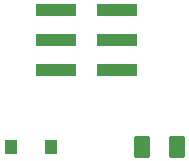
<source format=gbs>
G04 Layer: BottomSolderMaskLayer*
G04 EasyEDA v6.5.40, 2024-02-07 10:12:07*
G04 964da254980c4c80920fb8b7fcdf49c0,d07ef30ec77949ce8e11233ba57d236c,10*
G04 Gerber Generator version 0.2*
G04 Scale: 100 percent, Rotated: No, Reflected: No *
G04 Dimensions in millimeters *
G04 leading zeros omitted , absolute positions ,4 integer and 5 decimal *
%FSLAX45Y45*%
%MOMM*%

%AMMACRO1*1,1,$1,$2,$3*1,1,$1,$4,$5*1,1,$1,0-$2,0-$3*1,1,$1,0-$4,0-$5*20,1,$1,$2,$3,$4,$5,0*20,1,$1,$4,$5,0-$2,0-$3,0*20,1,$1,0-$2,0-$3,0-$4,0-$5,0*20,1,$1,0-$4,0-$5,$2,$3,0*4,1,4,$2,$3,$4,$5,0-$2,0-$3,0-$4,0-$5,$2,$3,0*%
%ADD10MACRO1,0.1016X-0.475X-0.575X0.475X-0.575*%
%ADD11MACRO1,0.1016X0.6038X-0.8505X0.6038X0.8505*%
%ADD12MACRO1,0.1016X-0.6038X-0.8505X-0.6038X0.8505*%
%ADD13R,3.5016X1.1016*%

%LPD*%
D10*
G01*
X1604340Y3873500D03*
G01*
X1265859Y3873500D03*
D11*
G01*
X2379423Y3873500D03*
D12*
G01*
X2675176Y3873500D03*
D13*
G01*
X2164994Y5029200D03*
G01*
X2164994Y4775200D03*
G01*
X2164994Y4521200D03*
G01*
X1645005Y5029200D03*
G01*
X1645005Y4775200D03*
G01*
X1645005Y4521200D03*
M02*

</source>
